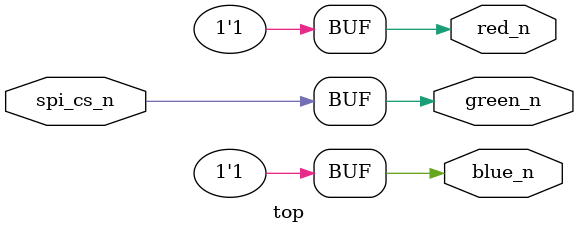
<source format=v>

module top (
    input  wire      spi_cs_n,
    
    output wire      red_n,
    output wire      green_n,
    output wire      blue_n
);
    
    assign red_n   = 1;
    assign green_n = spi_cs_n;
    assign blue_n  = 1;
    
endmodule

</source>
